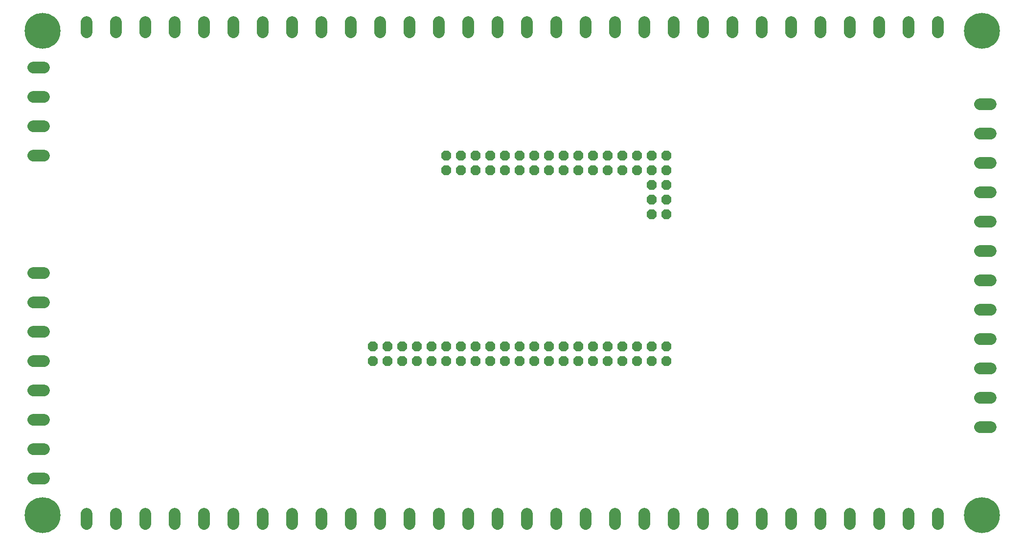
<source format=gbs>
G75*
%MOIN*%
%OFA0B0*%
%FSLAX25Y25*%
%IPPOS*%
%LPD*%
%AMOC8*
5,1,8,0,0,1.08239X$1,22.5*
%
%ADD10OC8,0.06737*%
%ADD11C,0.07850*%
%ADD12C,0.24485*%
D10*
X0246500Y0151000D03*
X0256500Y0151000D03*
X0266500Y0151000D03*
X0276500Y0151000D03*
X0286500Y0151000D03*
X0296500Y0151000D03*
X0306500Y0151000D03*
X0316500Y0151000D03*
X0326500Y0151000D03*
X0336500Y0151000D03*
X0346500Y0151000D03*
X0356500Y0151000D03*
X0366500Y0151000D03*
X0376500Y0151000D03*
X0386500Y0151000D03*
X0396500Y0151000D03*
X0406500Y0151000D03*
X0416500Y0151000D03*
X0426500Y0151000D03*
X0436500Y0151000D03*
X0446500Y0151000D03*
X0446500Y0161000D03*
X0436500Y0161000D03*
X0426500Y0161000D03*
X0416500Y0161000D03*
X0406500Y0161000D03*
X0396500Y0161000D03*
X0386500Y0161000D03*
X0376500Y0161000D03*
X0366500Y0161000D03*
X0356500Y0161000D03*
X0346500Y0161000D03*
X0336500Y0161000D03*
X0326500Y0161000D03*
X0316500Y0161000D03*
X0306500Y0161000D03*
X0296500Y0161000D03*
X0286500Y0161000D03*
X0276500Y0161000D03*
X0266500Y0161000D03*
X0256500Y0161000D03*
X0246500Y0161000D03*
X0436500Y0251000D03*
X0436500Y0261000D03*
X0446500Y0261000D03*
X0446500Y0251000D03*
X0446500Y0271000D03*
X0446500Y0281000D03*
X0436500Y0281000D03*
X0426500Y0281000D03*
X0416500Y0281000D03*
X0406500Y0281000D03*
X0396500Y0281000D03*
X0386500Y0281000D03*
X0376500Y0281000D03*
X0366500Y0281000D03*
X0356500Y0281000D03*
X0346500Y0281000D03*
X0336500Y0281000D03*
X0326500Y0281000D03*
X0316500Y0281000D03*
X0306500Y0281000D03*
X0296500Y0281000D03*
X0296500Y0291000D03*
X0306500Y0291000D03*
X0316500Y0291000D03*
X0326500Y0291000D03*
X0336500Y0291000D03*
X0346500Y0291000D03*
X0356500Y0291000D03*
X0366500Y0291000D03*
X0376500Y0291000D03*
X0386500Y0291000D03*
X0396500Y0291000D03*
X0406500Y0291000D03*
X0416500Y0291000D03*
X0426500Y0291000D03*
X0436500Y0291000D03*
X0446500Y0291000D03*
X0436500Y0271000D03*
D11*
X0051500Y0047025D02*
X0051500Y0039975D01*
X0071500Y0039975D02*
X0071500Y0047025D01*
X0091500Y0047025D02*
X0091500Y0039975D01*
X0111500Y0039975D02*
X0111500Y0047025D01*
X0131500Y0047025D02*
X0131500Y0039975D01*
X0151500Y0039975D02*
X0151500Y0047025D01*
X0171500Y0047025D02*
X0171500Y0039975D01*
X0191500Y0039975D02*
X0191500Y0047025D01*
X0211500Y0047025D02*
X0211500Y0039975D01*
X0231500Y0039975D02*
X0231500Y0047025D01*
X0251500Y0047025D02*
X0251500Y0039975D01*
X0271500Y0039975D02*
X0271500Y0047025D01*
X0291500Y0047025D02*
X0291500Y0039975D01*
X0311500Y0039975D02*
X0311500Y0047025D01*
X0331500Y0047025D02*
X0331500Y0039975D01*
X0351500Y0039975D02*
X0351500Y0047025D01*
X0371500Y0047025D02*
X0371500Y0039975D01*
X0391500Y0039975D02*
X0391500Y0047025D01*
X0411500Y0047025D02*
X0411500Y0039975D01*
X0431500Y0039975D02*
X0431500Y0047025D01*
X0451500Y0047025D02*
X0451500Y0039975D01*
X0471500Y0039975D02*
X0471500Y0047025D01*
X0491500Y0047025D02*
X0491500Y0039975D01*
X0511500Y0039975D02*
X0511500Y0047025D01*
X0531500Y0047025D02*
X0531500Y0039975D01*
X0551500Y0039975D02*
X0551500Y0047025D01*
X0571500Y0047025D02*
X0571500Y0039975D01*
X0591500Y0039975D02*
X0591500Y0047025D01*
X0611500Y0047025D02*
X0611500Y0039975D01*
X0631500Y0039975D02*
X0631500Y0047025D01*
X0660475Y0106000D02*
X0667525Y0106000D01*
X0667525Y0126000D02*
X0660475Y0126000D01*
X0660475Y0146000D02*
X0667525Y0146000D01*
X0667525Y0166000D02*
X0660475Y0166000D01*
X0660475Y0186000D02*
X0667525Y0186000D01*
X0667525Y0206000D02*
X0660475Y0206000D01*
X0660475Y0226000D02*
X0667525Y0226000D01*
X0667525Y0246000D02*
X0660475Y0246000D01*
X0660475Y0266000D02*
X0667525Y0266000D01*
X0667525Y0286000D02*
X0660475Y0286000D01*
X0660475Y0306000D02*
X0667525Y0306000D01*
X0667525Y0326000D02*
X0660475Y0326000D01*
X0631500Y0374975D02*
X0631500Y0382025D01*
X0611500Y0382025D02*
X0611500Y0374975D01*
X0591500Y0374975D02*
X0591500Y0382025D01*
X0571500Y0382025D02*
X0571500Y0374975D01*
X0551500Y0374975D02*
X0551500Y0382025D01*
X0531500Y0382025D02*
X0531500Y0374975D01*
X0511500Y0374975D02*
X0511500Y0382025D01*
X0491500Y0382025D02*
X0491500Y0374975D01*
X0471500Y0374975D02*
X0471500Y0382025D01*
X0451500Y0382025D02*
X0451500Y0374975D01*
X0431500Y0374975D02*
X0431500Y0382025D01*
X0411500Y0382025D02*
X0411500Y0374975D01*
X0391500Y0374975D02*
X0391500Y0382025D01*
X0371500Y0382025D02*
X0371500Y0374975D01*
X0351500Y0374975D02*
X0351500Y0382025D01*
X0331500Y0382025D02*
X0331500Y0374975D01*
X0311500Y0374975D02*
X0311500Y0382025D01*
X0291500Y0382025D02*
X0291500Y0374975D01*
X0271500Y0374975D02*
X0271500Y0382025D01*
X0251500Y0382025D02*
X0251500Y0374975D01*
X0231500Y0374975D02*
X0231500Y0382025D01*
X0211500Y0382025D02*
X0211500Y0374975D01*
X0191500Y0374975D02*
X0191500Y0382025D01*
X0171500Y0382025D02*
X0171500Y0374975D01*
X0151500Y0374975D02*
X0151500Y0382025D01*
X0131500Y0382025D02*
X0131500Y0374975D01*
X0111500Y0374975D02*
X0111500Y0382025D01*
X0091500Y0382025D02*
X0091500Y0374975D01*
X0071500Y0374975D02*
X0071500Y0382025D01*
X0051500Y0382025D02*
X0051500Y0374975D01*
X0022525Y0351000D02*
X0015475Y0351000D01*
X0015475Y0331000D02*
X0022525Y0331000D01*
X0022525Y0311000D02*
X0015475Y0311000D01*
X0015475Y0291000D02*
X0022525Y0291000D01*
X0022525Y0211000D02*
X0015475Y0211000D01*
X0015475Y0191000D02*
X0022525Y0191000D01*
X0022525Y0171000D02*
X0015475Y0171000D01*
X0015475Y0151000D02*
X0022525Y0151000D01*
X0022525Y0131000D02*
X0015475Y0131000D01*
X0015475Y0111000D02*
X0022525Y0111000D01*
X0022525Y0091000D02*
X0015475Y0091000D01*
X0015475Y0071000D02*
X0022525Y0071000D01*
D12*
X0021500Y0046000D03*
X0021500Y0376000D03*
X0661500Y0376000D03*
X0661500Y0046000D03*
M02*

</source>
